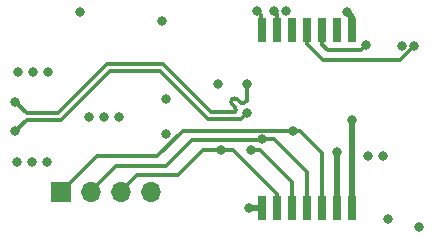
<source format=gbl>
%TF.GenerationSoftware,KiCad,Pcbnew,7.0.2-6a45011f42~172~ubuntu20.04.1*%
%TF.CreationDate,2023-04-23T21:34:21-07:00*%
%TF.ProjectId,SX1280_USB_Adapter,53583132-3830-45f5-9553-425f41646170,rev?*%
%TF.SameCoordinates,Original*%
%TF.FileFunction,Copper,L4,Bot*%
%TF.FilePolarity,Positive*%
%FSLAX46Y46*%
G04 Gerber Fmt 4.6, Leading zero omitted, Abs format (unit mm)*
G04 Created by KiCad (PCBNEW 7.0.2-6a45011f42~172~ubuntu20.04.1) date 2023-04-23 21:34:21*
%MOMM*%
%LPD*%
G01*
G04 APERTURE LIST*
%TA.AperFunction,ComponentPad*%
%ADD10R,1.700000X1.700000*%
%TD*%
%TA.AperFunction,ComponentPad*%
%ADD11O,1.700000X1.700000*%
%TD*%
%TA.AperFunction,SMDPad,CuDef*%
%ADD12R,0.800000X2.000000*%
%TD*%
%TA.AperFunction,ViaPad*%
%ADD13C,0.800000*%
%TD*%
%TA.AperFunction,Conductor*%
%ADD14C,0.500000*%
%TD*%
%TA.AperFunction,Conductor*%
%ADD15C,0.300000*%
%TD*%
G04 APERTURE END LIST*
D10*
%TO.P,J2,1,Pin_1*%
%TO.N,/MISO*%
X110109000Y-120396000D03*
D11*
%TO.P,J2,2,Pin_2*%
%TO.N,/MOSI*%
X112649000Y-120396000D03*
%TO.P,J2,3,Pin_3*%
%TO.N,/CS*%
X115189000Y-120396000D03*
%TO.P,J2,4,Pin_4*%
%TO.N,/CLK*%
X117729000Y-120396000D03*
%TD*%
D12*
%TO.P,U3,1,VCC*%
%TO.N,/3V3*%
X134810000Y-121750000D03*
%TO.P,U3,2,GND*%
%TO.N,/GND*%
X133540000Y-121750000D03*
%TO.P,U3,3,MISO*%
%TO.N,/MISO*%
X132210000Y-121750000D03*
%TO.P,U3,4,MOSI*%
%TO.N,/MOSI*%
X130940000Y-121750000D03*
%TO.P,U3,5,SCK*%
%TO.N,/CLK*%
X129670000Y-121750000D03*
%TO.P,U3,6,NSS*%
%TO.N,/CS*%
X128400000Y-121750000D03*
%TO.P,U3,7,GND*%
%TO.N,/GND*%
X127130000Y-121750000D03*
%TO.P,U3,8,GND*%
X127190000Y-106650000D03*
%TO.P,U3,9,nReset*%
%TO.N,Net-(U3-nReset)*%
X128460000Y-106650000D03*
%TO.P,U3,10,BUSY*%
%TO.N,unconnected-(U3-BUSY-Pad10)*%
X129730000Y-106650000D03*
%TO.P,U3,11,DIO1*%
%TO.N,Net-(U3-DIO1)*%
X131000000Y-106650000D03*
%TO.P,U3,12,DIO2*%
%TO.N,Net-(U3-DIO2)*%
X132270000Y-106650000D03*
%TO.P,U3,13,DIO3*%
%TO.N,unconnected-(U3-DIO3-Pad13)*%
X133540000Y-106650000D03*
%TO.P,U3,14,GND*%
%TO.N,/GND*%
X134810000Y-106650000D03*
%TD*%
D13*
%TO.N,/5V*%
X140462000Y-123317000D03*
X137370000Y-117304000D03*
X108966000Y-117856000D03*
X107696000Y-117856000D03*
X106426000Y-117856000D03*
%TO.N,/3V3*%
X111759500Y-105157500D03*
X113792000Y-114046000D03*
X112522000Y-114046000D03*
X115062000Y-114046000D03*
X129151341Y-105056519D03*
X134810000Y-114300000D03*
X119000000Y-112500000D03*
%TO.N,/CLK*%
X126238000Y-116840000D03*
%TO.N,/CS*%
X123698000Y-116840000D03*
%TO.N,/MOSI*%
X127139500Y-115938500D03*
%TO.N,/MISO*%
X129794000Y-115189000D03*
%TO.N,/USB D-*%
X106250000Y-115250000D03*
X125878977Y-113686977D03*
%TO.N,/USB D+*%
X106246000Y-112746000D03*
X125857000Y-111252000D03*
%TO.N,Net-(U3-nReset)*%
X128143000Y-105029000D03*
%TO.N,/GND*%
X119000000Y-115500000D03*
X118700000Y-105900000D03*
X139000000Y-108000000D03*
X137795000Y-122707500D03*
X106500000Y-110250000D03*
X123400000Y-111250000D03*
X126746000Y-105029000D03*
X107750000Y-110250000D03*
X109000000Y-110250000D03*
X126027000Y-121750000D03*
X134366000Y-105156000D03*
X133540000Y-117000000D03*
X136092940Y-117306550D03*
%TO.N,Net-(U3-DIO1)*%
X140000000Y-108000000D03*
%TO.N,Net-(U3-DIO2)*%
X136000000Y-107975500D03*
%TD*%
D14*
%TO.N,/3V3*%
X134810000Y-114300000D02*
X134810000Y-121750000D01*
D15*
%TO.N,/CLK*%
X129670000Y-119510000D02*
X129670000Y-121750000D01*
X126238000Y-116840000D02*
X127000000Y-116840000D01*
X127000000Y-116840000D02*
X129670000Y-119510000D01*
%TO.N,/CS*%
X123698000Y-116840000D02*
X124688500Y-116840000D01*
X123698000Y-116840000D02*
X122135000Y-116840000D01*
X124688500Y-116840000D02*
X128400000Y-120551500D01*
X116533000Y-118925000D02*
X115189000Y-120269000D01*
X115189000Y-120269000D02*
X115189000Y-120396000D01*
X120050000Y-118925000D02*
X116533000Y-118925000D01*
X128400000Y-120551500D02*
X128400000Y-121750000D01*
X122135000Y-116840000D02*
X120050000Y-118925000D01*
%TO.N,/MOSI*%
X114768000Y-118150000D02*
X112649000Y-120269000D01*
X121249000Y-115951000D02*
X119050000Y-118150000D01*
X127139500Y-115938500D02*
X127127000Y-115951000D01*
X130940000Y-118690000D02*
X130940000Y-121750000D01*
X119050000Y-118150000D02*
X114768000Y-118150000D01*
X127139500Y-115938500D02*
X128188500Y-115938500D01*
X112649000Y-120269000D02*
X112649000Y-120396000D01*
X127127000Y-115951000D02*
X121249000Y-115951000D01*
X128188500Y-115938500D02*
X130940000Y-118690000D01*
%TO.N,/MISO*%
X130339000Y-115189000D02*
X132210000Y-117060000D01*
X118300000Y-117325000D02*
X113180000Y-117325000D01*
X132210000Y-117060000D02*
X132210000Y-121750000D01*
X129794000Y-115189000D02*
X120436000Y-115189000D01*
X129794000Y-115189000D02*
X130339000Y-115189000D01*
X120436000Y-115189000D02*
X118300000Y-117325000D01*
X113180000Y-117325000D02*
X110109000Y-120396000D01*
%TO.N,/USB D-*%
X118504090Y-110130000D02*
X114286910Y-110130000D01*
X110141910Y-114275000D02*
X107225000Y-114275000D01*
X125371954Y-114194000D02*
X122568090Y-114194000D01*
X107225000Y-114275000D02*
X106250000Y-115250000D01*
X122568090Y-114194000D02*
X118504090Y-110130000D01*
X125878977Y-113686977D02*
X125371954Y-114194000D01*
X114286910Y-110130000D02*
X110141910Y-114275000D01*
%TO.N,/USB D+*%
X107225000Y-113725000D02*
X109914090Y-113725000D01*
X125857000Y-112649000D02*
X125857000Y-111252000D01*
X124862000Y-113219736D02*
X124617646Y-112975382D01*
X109914090Y-113725000D02*
X114059090Y-109580000D01*
X122795910Y-113644000D02*
X124862000Y-113644000D01*
X118731910Y-109580000D02*
X122795910Y-113644000D01*
X125710531Y-112795472D02*
X125710530Y-112795471D01*
X125041912Y-112551117D02*
X125286267Y-112795472D01*
X124617646Y-112551118D02*
X124617648Y-112551117D01*
X125710530Y-112795471D02*
X125857000Y-112649000D01*
X114059090Y-109580000D02*
X118731910Y-109580000D01*
X106246000Y-112746000D02*
X107225000Y-113725000D01*
X125286268Y-112795471D02*
G75*
G03*
X125710530Y-112795471I212131J212131D01*
G01*
X125041911Y-112551118D02*
G75*
G03*
X124617649Y-112551118I-212131J-212131D01*
G01*
X124617696Y-112551168D02*
G75*
G03*
X124617646Y-112975382I212104J-212132D01*
G01*
X124862031Y-113644031D02*
G75*
G03*
X124861999Y-113219737I-212131J212131D01*
G01*
%TO.N,Net-(U3-nReset)*%
X128143000Y-105029000D02*
X128460000Y-105346000D01*
X128460000Y-105346000D02*
X128460000Y-106650000D01*
%TO.N,/GND*%
X127088000Y-105371000D02*
X127088000Y-106319000D01*
D14*
X133540000Y-121750000D02*
X133540000Y-117000000D01*
X134366000Y-105156000D02*
X134810000Y-105600000D01*
X134810000Y-105600000D02*
X134810000Y-106650000D01*
X126027000Y-121750000D02*
X127130000Y-121750000D01*
X134810000Y-106650000D02*
X134810000Y-105854000D01*
D15*
X126746000Y-105029000D02*
X127088000Y-105371000D01*
%TO.N,Net-(U3-DIO1)*%
X131000000Y-106650000D02*
X131000000Y-107886000D01*
X132334000Y-109220000D02*
X138840661Y-109220000D01*
X138840661Y-109220000D02*
X140000000Y-108060661D01*
X140000000Y-108060661D02*
X140000000Y-108000000D01*
X131000000Y-107886000D02*
X132334000Y-109220000D01*
%TO.N,Net-(U3-DIO2)*%
X135575500Y-108400000D02*
X132739500Y-108400000D01*
X136000000Y-107975500D02*
X135575500Y-108400000D01*
X132270000Y-106650000D02*
X132270000Y-107930500D01*
X132739500Y-108400000D02*
X132270000Y-107930500D01*
%TD*%
M02*

</source>
